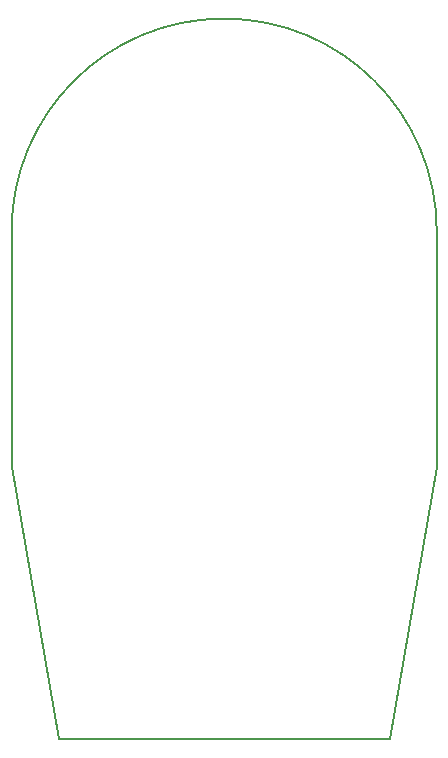
<source format=gko>
G04 #@! TF.GenerationSoftware,KiCad,Pcbnew,(5.0.0)*
G04 #@! TF.CreationDate,2019-07-31T00:08:18+03:00*
G04 #@! TF.ProjectId,ST7789_V_FCP_Board,5354373738395F565F4643505F426F61,rev?*
G04 #@! TF.SameCoordinates,Original*
G04 #@! TF.FileFunction,Profile,NP*
%FSLAX46Y46*%
G04 Gerber Fmt 4.6, Leading zero omitted, Abs format (unit mm)*
G04 Created by KiCad (PCBNEW (5.0.0)) date 07/31/19 00:08:18*
%MOMM*%
%LPD*%
G01*
G04 APERTURE LIST*
%ADD10C,0.150000*%
G04 APERTURE END LIST*
D10*
X104000000Y-60000000D02*
G75*
G02X140000000Y-60000000I18000000J0D01*
G01*
X140000000Y-80000000D02*
X140000000Y-60000000D01*
X104000000Y-80000000D02*
X104000000Y-60000000D01*
X108000000Y-103000000D02*
X104000000Y-80000000D01*
X122000000Y-103000000D02*
X108000000Y-103000000D01*
X136000000Y-103000000D02*
X140000000Y-80000000D01*
X122000000Y-103000000D02*
X136000000Y-103000000D01*
M02*

</source>
